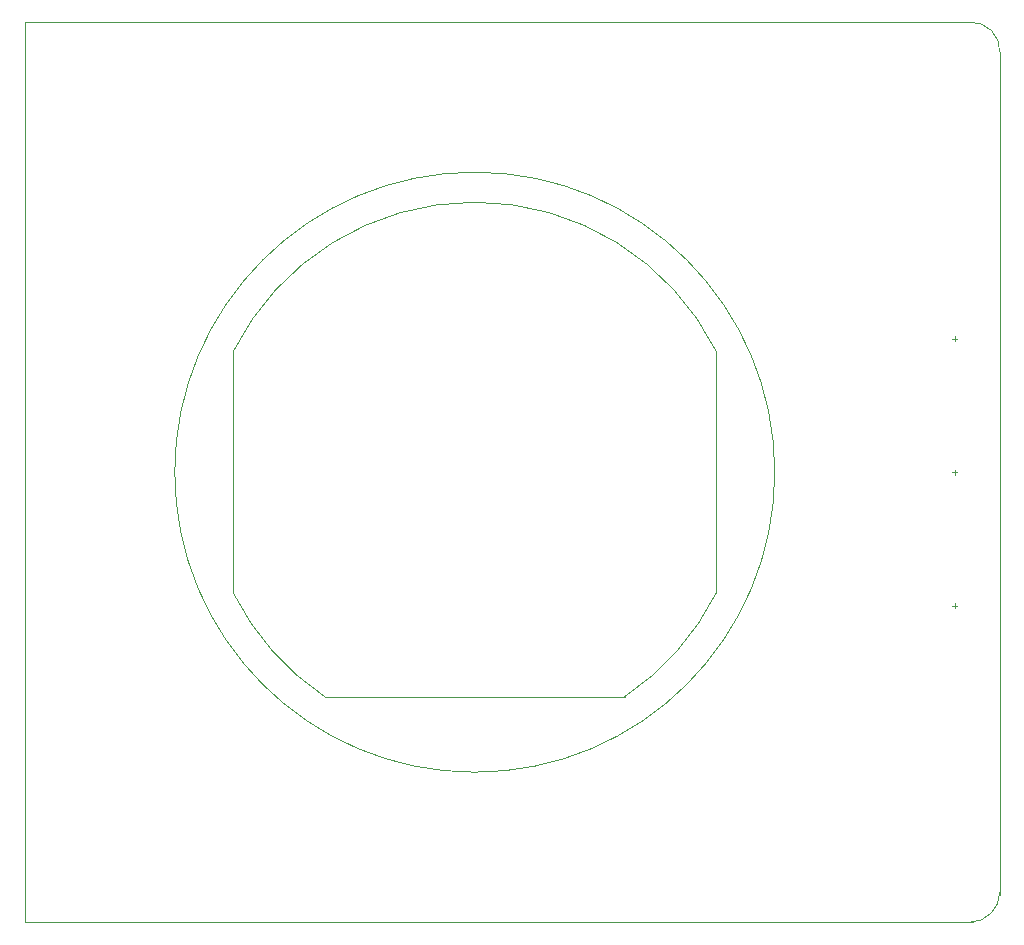
<source format=gm1>
%FSLAX24Y24*%
%MOIN*%
G70*
G01*
G75*
G04 Layer_Color=16711935*
%ADD10C,0.0150*%
%ADD11C,0.0080*%
%ADD12C,0.0120*%
%ADD13R,0.0118X0.1024*%
%ADD14O,0.0669X0.0138*%
%ADD15R,0.0394X0.0433*%
%ADD16R,0.0394X0.1063*%
%ADD17R,0.0591X0.0512*%
%ADD18R,0.0571X0.0217*%
%ADD19R,0.0571X0.0217*%
%ADD20R,0.0433X0.0394*%
%ADD21R,0.0630X0.0335*%
G04:AMPARAMS|DCode=22|XSize=39.4mil|YSize=39.4mil|CornerRadius=9.8mil|HoleSize=0mil|Usage=FLASHONLY|Rotation=0.000|XOffset=0mil|YOffset=0mil|HoleType=Round|Shape=RoundedRectangle|*
%AMROUNDEDRECTD22*
21,1,0.0394,0.0197,0,0,0.0*
21,1,0.0197,0.0394,0,0,0.0*
1,1,0.0197,0.0098,-0.0098*
1,1,0.0197,-0.0098,-0.0098*
1,1,0.0197,-0.0098,0.0098*
1,1,0.0197,0.0098,0.0098*
%
%ADD22ROUNDEDRECTD22*%
%ADD23R,0.0945X0.1299*%
%ADD24R,0.0945X0.0394*%
%ADD25R,0.1102X0.1102*%
%ADD26O,0.0098X0.0276*%
%ADD27O,0.0276X0.0098*%
%ADD28R,0.0335X0.0866*%
%ADD29R,0.0866X0.0335*%
%ADD30C,0.0100*%
%ADD31C,0.0200*%
%ADD32C,0.0472*%
%ADD33C,0.0591*%
%ADD34C,0.0787*%
%ADD35C,0.0984*%
G04:AMPARAMS|DCode=36|XSize=137.8mil|YSize=137.8mil|CornerRadius=34.4mil|HoleSize=0mil|Usage=FLASHONLY|Rotation=90.000|XOffset=0mil|YOffset=0mil|HoleType=Round|Shape=RoundedRectangle|*
%AMROUNDEDRECTD36*
21,1,0.1378,0.0689,0,0,90.0*
21,1,0.0689,0.1378,0,0,90.0*
1,1,0.0689,0.0344,0.0344*
1,1,0.0689,0.0344,-0.0344*
1,1,0.0689,-0.0344,-0.0344*
1,1,0.0689,-0.0344,0.0344*
%
%ADD36ROUNDEDRECTD36*%
%ADD37C,0.1575*%
%ADD38C,0.1732*%
%ADD39R,0.0591X0.0591*%
%ADD40C,0.0500*%
%ADD41C,0.0400*%
%ADD42C,0.0394*%
G04:AMPARAMS|DCode=43|XSize=39.4mil|YSize=39.4mil|CornerRadius=9.8mil|HoleSize=0mil|Usage=FLASHONLY|Rotation=90.000|XOffset=0mil|YOffset=0mil|HoleType=Round|Shape=RoundedRectangle|*
%AMROUNDEDRECTD43*
21,1,0.0394,0.0197,0,0,90.0*
21,1,0.0197,0.0394,0,0,90.0*
1,1,0.0197,0.0098,0.0098*
1,1,0.0197,0.0098,-0.0098*
1,1,0.0197,-0.0098,-0.0098*
1,1,0.0197,-0.0098,0.0098*
%
%ADD43ROUNDEDRECTD43*%
%ADD44R,0.0512X0.0591*%
%ADD45C,0.0236*%
%ADD46C,0.0098*%
%ADD47C,0.0039*%
%ADD48C,0.0079*%
%ADD49R,0.0198X0.1104*%
%ADD50O,0.0749X0.0218*%
%ADD51R,0.0474X0.0513*%
%ADD52R,0.0474X0.1143*%
%ADD53R,0.0671X0.0592*%
%ADD54R,0.0651X0.0297*%
%ADD55R,0.0651X0.0297*%
%ADD56R,0.0513X0.0474*%
%ADD57R,0.0710X0.0415*%
G04:AMPARAMS|DCode=58|XSize=47.4mil|YSize=47.4mil|CornerRadius=13.8mil|HoleSize=0mil|Usage=FLASHONLY|Rotation=0.000|XOffset=0mil|YOffset=0mil|HoleType=Round|Shape=RoundedRectangle|*
%AMROUNDEDRECTD58*
21,1,0.0474,0.0197,0,0,0.0*
21,1,0.0197,0.0474,0,0,0.0*
1,1,0.0277,0.0098,-0.0098*
1,1,0.0277,-0.0098,-0.0098*
1,1,0.0277,-0.0098,0.0098*
1,1,0.0277,0.0098,0.0098*
%
%ADD58ROUNDEDRECTD58*%
%ADD59R,0.1025X0.1379*%
%ADD60R,0.1025X0.0474*%
%ADD61R,0.1182X0.1182*%
%ADD62O,0.0178X0.0356*%
%ADD63O,0.0356X0.0178*%
%ADD64R,0.0415X0.0946*%
%ADD65R,0.0946X0.0415*%
%ADD66C,0.0552*%
%ADD67C,0.0671*%
%ADD68C,0.0867*%
%ADD69C,0.1064*%
G04:AMPARAMS|DCode=70|XSize=145.8mil|YSize=145.8mil|CornerRadius=38.4mil|HoleSize=0mil|Usage=FLASHONLY|Rotation=90.000|XOffset=0mil|YOffset=0mil|HoleType=Round|Shape=RoundedRectangle|*
%AMROUNDEDRECTD70*
21,1,0.1458,0.0689,0,0,90.0*
21,1,0.0689,0.1458,0,0,90.0*
1,1,0.0769,0.0344,0.0344*
1,1,0.0769,0.0344,-0.0344*
1,1,0.0769,-0.0344,-0.0344*
1,1,0.0769,-0.0344,0.0344*
%
%ADD70ROUNDEDRECTD70*%
%ADD71C,0.1655*%
%ADD72C,0.1812*%
%ADD73R,0.0671X0.0671*%
%ADD74C,0.0580*%
G04:AMPARAMS|DCode=75|XSize=47.4mil|YSize=47.4mil|CornerRadius=13.8mil|HoleSize=0mil|Usage=FLASHONLY|Rotation=90.000|XOffset=0mil|YOffset=0mil|HoleType=Round|Shape=RoundedRectangle|*
%AMROUNDEDRECTD75*
21,1,0.0474,0.0197,0,0,90.0*
21,1,0.0197,0.0474,0,0,90.0*
1,1,0.0277,0.0098,0.0098*
1,1,0.0277,0.0098,-0.0098*
1,1,0.0277,-0.0098,-0.0098*
1,1,0.0277,-0.0098,0.0098*
%
%ADD75ROUNDEDRECTD75*%
%ADD76R,0.0592X0.0671*%
%ADD77C,0.0474*%
%ADD78C,0.0020*%
D47*
X15921Y4450D02*
X16079D01*
X16000Y4371D02*
Y4529D01*
X15921Y0D02*
X16079D01*
X16000Y-79D02*
Y79D01*
X15921Y-4450D02*
X16079D01*
X16000Y-4529D02*
Y-4371D01*
D78*
X10000Y0D02*
G03*
X10000Y0I-10000J0D01*
G01*
X16500Y-15000D02*
G03*
X17500Y-14000I0J1000D01*
G01*
X17500Y14000D02*
G03*
X16500Y15000I-950J50D01*
G01*
X8050Y4025D02*
G03*
X-8050Y4025I-8050J-4025D01*
G01*
X4992Y-7488D02*
G03*
X8050Y-4025I-4992J7488D01*
G01*
X-8050D02*
G03*
X-4992Y-7488I8050J4025D01*
G01*
X4992D01*
X-8050Y-4025D02*
Y4025D01*
X8050Y-4025D02*
Y4025D01*
X0Y15000D02*
X16500D01*
X17500Y-14100D02*
Y14000D01*
X-700Y-15000D02*
X16600D01*
X-15000Y15000D02*
X0D01*
X-15002Y0D02*
Y15000D01*
Y0D02*
X-15000Y-15000D01*
X0D01*
M02*

</source>
